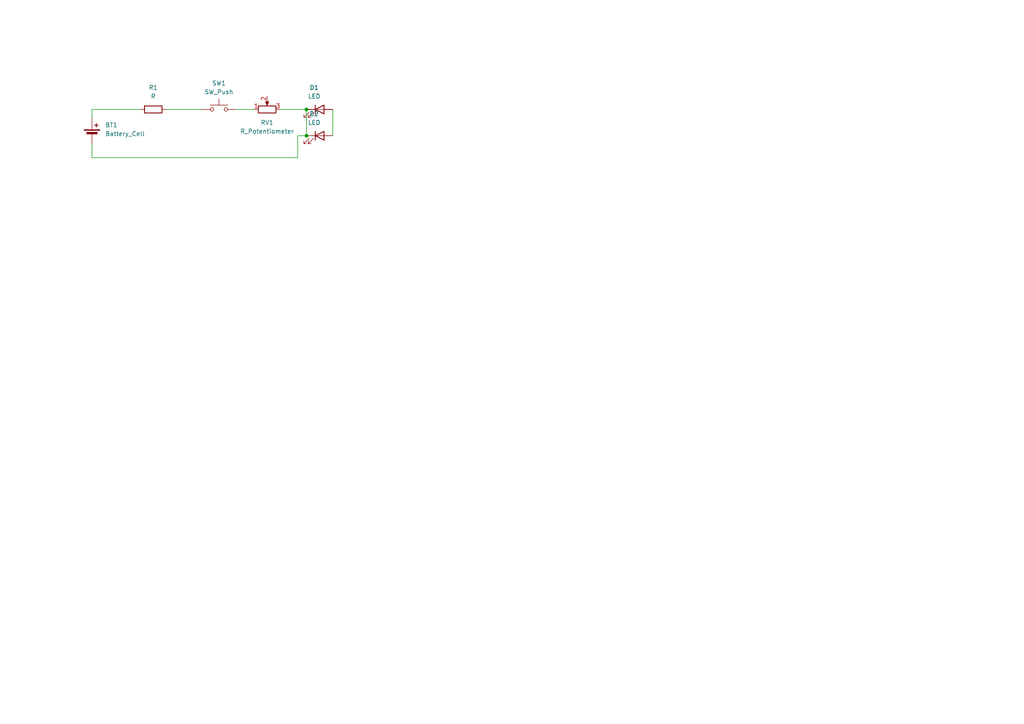
<source format=kicad_sch>
(kicad_sch (version 20250114) (generator "eeschema") (generator_version "9.0")
  (paper "A4")
  (lib_symbols
    (symbol "Device:Battery_Cell" (pin_numbers (hide yes)) (pin_names (offset 0) (hide yes))
      (property "Reference" "BT" (at 2.54 2.54 0))
      (property "Value" "Battery_Cell" (at 2.54 0 0))
      (symbol "Battery_Cell_0_1"
        (rectangle (start -2.286 1.778) (end 2.286 1.524) (fill (type outline)))
        (rectangle (start -1.524 1.016) (end 1.524 0.508) (fill (type outline)))
        (polyline (pts (xy 0 1.778) (xy 0 2.54)))
        (polyline (pts (xy 0 0.762) (xy 0 0)))
        (polyline (pts (xy 0.762 3.048) (xy 1.778 3.048)) (stroke (width 0.254)))
        (polyline (pts (xy 1.27 3.556) (xy 1.27 2.54)) (stroke (width 0.254)))
      )
      (symbol "Battery_Cell_1_1"
        (pin passive line (at 0 5.08 270) (length 2.54) (name "+") (number "1"))
        (pin passive line (at 0 -2.54 90) (length 2.54) (name "-") (number "2"))
      )
    )
    (symbol "Device:LED" (pin_numbers (hide yes)) (pin_names (offset 1.016) (hide yes))
      (property "Reference" "D" (at 0 2.54 0))
      (property "Value" "LED" (at 0 -2.54 0))
      (symbol "LED_0_1"
        (polyline (pts (xy -3.048 -0.762) (xy -4.572 -2.286) (xy -3.81 -2.286) (xy -4.572 -2.286) (xy -4.572 -1.524)))
        (polyline (pts (xy -1.778 -0.762) (xy -3.302 -2.286) (xy -2.54 -2.286) (xy -3.302 -2.286) (xy -3.302 -1.524)))
        (polyline (pts (xy -1.27 0) (xy 1.27 0)))
        (polyline (pts (xy -1.27 -1.27) (xy -1.27 1.27)) (stroke (width 0.254)))
        (polyline (pts (xy 1.27 -1.27) (xy 1.27 1.27) (xy -1.27 0) (xy 1.27 -1.27)) (stroke (width 0.254)))
      )
      (symbol "LED_1_1"
        (pin passive line (at -3.81 0 0) (length 2.54) (name "K") (number "1"))
        (pin passive line (at 3.81 0 180) (length 2.54) (name "A") (number "2"))
      )
    )
    (symbol "Device:R" (pin_numbers (hide yes)) (pin_names (offset 0))
      (property "Reference" "R" (at 2.032 0 90))
      (property "Value" "R" (at 0 0 90))
      (symbol "R_0_1"
        (rectangle (start -1.016 -2.54) (end 1.016 2.54) (stroke (width 0.254)))
      )
      (symbol "R_1_1"
        (pin passive line (at 0 3.81 270) (length 1.27) (name "~") (number "1"))
        (pin passive line (at 0 -3.81 90) (length 1.27) (name "~") (number "2"))
      )
    )
    (symbol "Device:R_Potentiometer" (pin_names (offset 1.016) (hide yes))
      (property "Reference" "RV" (at -4.445 0 90))
      (property "Value" "R_Potentiometer" (at -2.54 0 90))
      (symbol "R_Potentiometer_0_1"
        (rectangle (start 1.016 2.54) (end -1.016 -2.54) (stroke (width 0.254)))
        (polyline (pts (xy 1.143 0) (xy 2.286 0.508) (xy 2.286 -0.508) (xy 1.143 0)) (fill (type outline)))
        (polyline (pts (xy 2.54 0) (xy 1.524 0)))
      )
      (symbol "R_Potentiometer_1_1"
        (pin passive line (at 0 3.81 270) (length 1.27) (name "1") (number "1"))
        (pin passive line (at 0 -3.81 90) (length 1.27) (name "3") (number "3"))
        (pin passive line (at 3.81 0 180) (length 1.27) (name "2") (number "2"))
      )
    )
    (symbol "Switch:SW_Push" (pin_numbers (hide yes)) (pin_names (offset 1.016) (hide yes))
      (property "Reference" "SW" (at 1.27 2.54 0))
      (property "Value" "SW_Push" (at 0 -1.524 0))
      (symbol "SW_Push_0_1"
        (circle (center -2.032 0) (radius 0.508))
        (polyline (pts (xy 0 1.27) (xy 0 3.048)))
        (circle (center 2.032 0) (radius 0.508))
        (polyline (pts (xy 2.54 1.27) (xy -2.54 1.27)))
        (pin passive line (at -5.08 0 0) (length 2.54) (name "1") (number "1"))
        (pin passive line (at 5.08 0 180) (length 2.54) (name "2") (number "2"))
      )
    )
  )
  (junction (at 88.9 39.37))
  (junction (at 88.9 31.75))
  (wire (pts (xy 48.26 31.75) (xy 58.42 31.75)))
  (wire (pts (xy 96.52 31.75) (xy 96.52 39.37)))
  (wire (pts (xy 88.9 31.75) (xy 88.9 39.37)))
  (wire (pts (xy 26.67 31.75) (xy 26.67 34.29)))
  (wire (pts (xy 81.28 31.75) (xy 88.9 31.75)))
  (wire (pts (xy 68.58 31.75) (xy 73.66 31.75)))
  (wire (pts (xy 86.36 45.72) (xy 86.36 39.37)))
  (wire (pts (xy 26.67 41.91) (xy 26.67 45.72)))
  (wire (pts (xy 40.64 31.75) (xy 26.67 31.75)))
  (wire (pts (xy 26.67 45.72) (xy 86.36 45.72)))
  (wire (pts (xy 86.36 39.37) (xy 88.9 39.37)))
  (symbol (lib_id "Device:Battery_Cell") (at 26.67 39.37 0) (unit 1)
    (property "Reference" "BT1" (at 30.48 36.2584 0) (effects (justify left)))
    (property "Value" "Battery_Cell" (at 30.48 38.7984 0) (effects (justify left)))
    (property "Footprint" "Battery:BatteryHolder_Keystone_3034_1x20mm" (effects (hide yes)))
    (property "Description" "Single-cell battery" (effects (hide yes)))
  )
  (symbol (lib_id "Device:LED") (at 92.71 31.75 0) (unit 1)
    (property "Reference" "D1" (at 91.1225 25.4 0))
    (property "Value" "LED" (at 91.1225 27.94 0))
    (property "Footprint" "LED_THT:LED_D5.0mm" (effects (hide yes)))
    (property "Description" "Light emitting diode" (effects (hide yes)))
    (property "Sim.Pins" "1=K 2=A" (effects (hide yes)))
  )
  (symbol (lib_id "Device:R_Potentiometer") (at 77.47 31.75 90) (unit 1)
    (property "Reference" "RV1" (at 77.47 35.56 90))
    (property "Value" "R_Potentiometer" (at 77.47 38.1 90))
    (property "Footprint" "Potentiometer_THT:Potentiometer_Vishay_T73YP_Vertical" (effects (hide yes)))
    (property "Description" "Potentiometer" (effects (hide yes)))
  )
  (symbol (lib_id "Device:R") (at 44.45 31.75 90) (unit 1)
    (property "Reference" "R1" (at 44.45 25.4 90))
    (property "Value" "R" (at 44.45 27.94 90))
    (property "Footprint" "Resistor_THT:R_Axial_DIN0207_L6.3mm_D2.5mm_P7.62mm_Horizontal" (effects (hide yes)))
    (property "Description" "Resistor" (effects (hide yes)))
  )
  (symbol (lib_id "Switch:SW_Push") (at 63.5 31.75 0) (unit 1)
    (property "Reference" "SW1" (at 63.5 24.13 0))
    (property "Value" "SW_Push" (at 63.5 26.67 0))
    (property "Footprint" "Button_Switch_THT:SW_PUSH_6mm" (effects (hide yes)))
    (property "Description" "Push button switch, generic, two pins" (effects (hide yes)))
  )
  (symbol (lib_id "Device:LED") (at 92.71 39.37 0) (unit 1)
    (property "Reference" "D2" (at 91.1225 33.02 0))
    (property "Value" "LED" (at 91.1225 35.56 0))
    (property "Footprint" "LED_THT:LED_D5.0mm" (effects (hide yes)))
    (property "Description" "Light emitting diode" (effects (hide yes)))
    (property "Sim.Pins" "1=K 2=A" (effects (hide yes)))
  )
)
</source>
